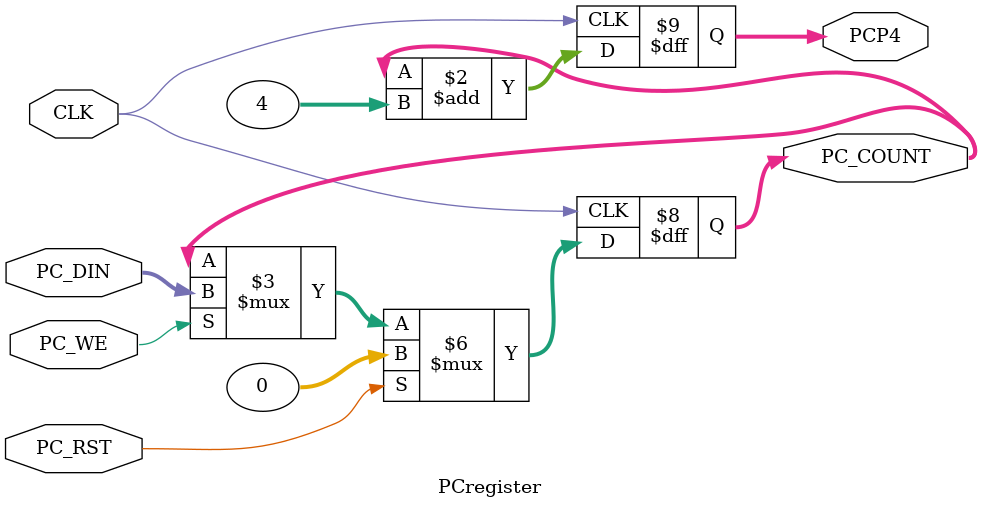
<source format=sv>
`timescale 1ns / 1ps


module PCregister(    
    input PC_RST,
    input PC_WE,
    input [31:0] PC_DIN,
    input CLK,
    output logic [31:0] PC_COUNT,
    output logic [31:0] PCP4
    );
    
    always_ff @ (posedge CLK) 
    begin
        if(PC_RST)
            PC_COUNT <= 32'h0000; //Reset sets the output (count) to zero to restart machine code with first command
        else if (PC_WE)  //Write Enable sets the output to the input value when PC_WE = '1'
            PC_COUNT <= PC_DIN; //Allows loading of input value to the output
        PCP4 = PC_COUNT + 4;
    end
 
endmodule

</source>
